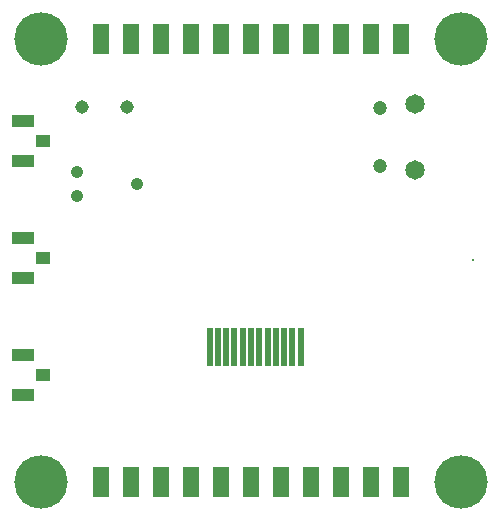
<source format=gbs>
G04*
G04 #@! TF.GenerationSoftware,Altium Limited,Altium Designer,20.1.10 (176)*
G04*
G04 Layer_Color=8150272*
%FSLAX25Y25*%
%MOIN*%
G70*
G04*
G04 #@! TF.SameCoordinates,5BC12612-045E-4FBA-96B6-5BC6791460FD*
G04*
G04*
G04 #@! TF.FilePolarity,Negative*
G04*
G01*
G75*
%ADD50R,0.05131X0.03950*%
%ADD64R,0.07493X0.03950*%
%ADD71R,0.05800X0.10300*%
%ADD72C,0.00800*%
%ADD73C,0.04737*%
%ADD74C,0.06509*%
%ADD75C,0.04500*%
%ADD76C,0.04200*%
%ADD77C,0.17800*%
%ADD94R,0.02178X0.12611*%
D50*
X-69504Y-111956D02*
D03*
Y-73000D02*
D03*
Y-33826D02*
D03*
D64*
X-76000Y-118649D02*
D03*
Y-105263D02*
D03*
Y-66307D02*
D03*
Y-79693D02*
D03*
Y-27133D02*
D03*
Y-40519D02*
D03*
D71*
X-50000Y0D02*
D03*
X-40000D02*
D03*
X-30000D02*
D03*
X-20000D02*
D03*
X-10000D02*
D03*
X0D02*
D03*
X10000D02*
D03*
X20000D02*
D03*
X30000D02*
D03*
X40000D02*
D03*
X50000D02*
D03*
Y-147500D02*
D03*
X40000D02*
D03*
X30000D02*
D03*
X20000D02*
D03*
X10000D02*
D03*
X0D02*
D03*
X-10000D02*
D03*
X-20000D02*
D03*
X-30000D02*
D03*
X-40000D02*
D03*
X-50000D02*
D03*
D72*
X73829Y-73457D02*
D03*
D73*
X42810Y-22953D02*
D03*
Y-42047D02*
D03*
D74*
X54739Y-43406D02*
D03*
Y-21595D02*
D03*
D75*
X-41300Y-22500D02*
D03*
X-56300D02*
D03*
D76*
X-37900Y-48100D02*
D03*
X-57900Y-52100D02*
D03*
Y-44100D02*
D03*
D77*
X-70000Y0D02*
D03*
X70000D02*
D03*
Y-147500D02*
D03*
X-70000D02*
D03*
D94*
X16488Y-102689D02*
D03*
X13732D02*
D03*
X10976D02*
D03*
X8220D02*
D03*
X5465D02*
D03*
X2709D02*
D03*
X-47D02*
D03*
X-2803D02*
D03*
X-5559D02*
D03*
X-8315D02*
D03*
X-11071D02*
D03*
X-13827D02*
D03*
M02*

</source>
